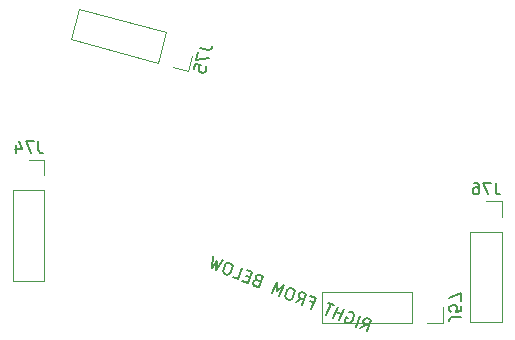
<source format=gbr>
G04 #@! TF.GenerationSoftware,KiCad,Pcbnew,(5.1.4)-1*
G04 #@! TF.CreationDate,2023-09-09T05:29:41-04:00*
G04 #@! TF.ProjectId,ThumbsUp,5468756d-6273-4557-902e-6b696361645f,rev?*
G04 #@! TF.SameCoordinates,Original*
G04 #@! TF.FileFunction,Legend,Bot*
G04 #@! TF.FilePolarity,Positive*
%FSLAX46Y46*%
G04 Gerber Fmt 4.6, Leading zero omitted, Abs format (unit mm)*
G04 Created by KiCad (PCBNEW (5.1.4)-1) date 2023-09-09 05:29:41*
%MOMM*%
%LPD*%
G04 APERTURE LIST*
%ADD10C,0.150000*%
%ADD11C,0.120000*%
G04 APERTURE END LIST*
D10*
X-40800704Y-467845026D02*
X-40313259Y-467528379D01*
X-40270885Y-468059087D02*
X-39896278Y-467131903D01*
X-40249491Y-466989196D01*
X-40355633Y-466997671D01*
X-40417623Y-467023984D01*
X-40497451Y-467094449D01*
X-40550966Y-467226904D01*
X-40542491Y-467333045D01*
X-40516178Y-467395035D01*
X-40445713Y-467474864D01*
X-40092500Y-467617571D01*
X-41198068Y-467684481D02*
X-40823462Y-466757297D01*
X-41768484Y-466426842D02*
X-41662342Y-466418367D01*
X-41529888Y-466471882D01*
X-41415271Y-466569549D01*
X-41362645Y-466693529D01*
X-41354170Y-466799671D01*
X-41381372Y-466994116D01*
X-41434887Y-467126570D01*
X-41550392Y-467285338D01*
X-41630221Y-467355803D01*
X-41754201Y-467408430D01*
X-41904494Y-467399066D01*
X-41992797Y-467363389D01*
X-42107414Y-467265722D01*
X-42133727Y-467203732D01*
X-42008858Y-466894671D01*
X-41832252Y-466966025D01*
X-42566768Y-467131490D02*
X-42192162Y-466204306D01*
X-42370546Y-466645822D02*
X-42900365Y-466431761D01*
X-43096588Y-466917429D02*
X-42721981Y-465990245D01*
X-43031042Y-465865376D02*
X-43560862Y-465651315D01*
X-43670559Y-466685530D02*
X-43295952Y-465758346D01*
X-45063794Y-465557679D02*
X-44754733Y-465682548D01*
X-44950955Y-466168216D02*
X-44576349Y-465241032D01*
X-45017865Y-465062648D01*
X-46275504Y-465633064D02*
X-45788058Y-465316416D01*
X-45745684Y-465847124D02*
X-45371078Y-464919941D01*
X-45724291Y-464777233D01*
X-45830432Y-464785708D01*
X-45892422Y-464812021D01*
X-45972251Y-464882486D01*
X-46025766Y-465014941D01*
X-46017291Y-465121083D01*
X-45990978Y-465183073D01*
X-45920513Y-465262901D01*
X-45567300Y-465405608D01*
X-46474868Y-464473980D02*
X-46651475Y-464402627D01*
X-46757616Y-464411102D01*
X-46881596Y-464463728D01*
X-46997102Y-464622496D01*
X-47121970Y-464931557D01*
X-47149172Y-465126002D01*
X-47096546Y-465249982D01*
X-47026081Y-465329811D01*
X-46849475Y-465401164D01*
X-46743333Y-465392689D01*
X-46619353Y-465340063D01*
X-46503848Y-465181295D01*
X-46378979Y-464872234D01*
X-46351777Y-464677789D01*
X-46404403Y-464553809D01*
X-46474868Y-464473980D01*
X-47644204Y-465080073D02*
X-47269597Y-464152889D01*
X-47846235Y-464690294D01*
X-47887720Y-463903151D01*
X-48262326Y-464830335D01*
X-49523107Y-463756000D02*
X-49673400Y-463746636D01*
X-49735390Y-463772949D01*
X-49815219Y-463843414D01*
X-49868734Y-463975869D01*
X-49860259Y-464082011D01*
X-49833946Y-464144001D01*
X-49763481Y-464223829D01*
X-49410268Y-464366536D01*
X-49035662Y-463439353D01*
X-49344723Y-463314484D01*
X-49450865Y-463322959D01*
X-49512855Y-463349272D01*
X-49592683Y-463419737D01*
X-49628360Y-463508040D01*
X-49619885Y-463614181D01*
X-49593572Y-463676171D01*
X-49523107Y-463756000D01*
X-49214046Y-463880869D01*
X-50141230Y-463506262D02*
X-50450291Y-463381393D01*
X-50778968Y-463813546D02*
X-50337452Y-463991930D01*
X-49962846Y-463064746D01*
X-50404362Y-462886362D01*
X-51617849Y-463474616D02*
X-51176333Y-463653000D01*
X-50801726Y-462725816D01*
X-51728910Y-462351210D02*
X-51905516Y-462279856D01*
X-52011658Y-462288331D01*
X-52135638Y-462340957D01*
X-52251143Y-462499725D01*
X-52376012Y-462808787D01*
X-52403214Y-463003231D01*
X-52350588Y-463127211D01*
X-52280123Y-463207040D01*
X-52103517Y-463278394D01*
X-51997375Y-463269919D01*
X-51873395Y-463217292D01*
X-51757890Y-463058524D01*
X-51633021Y-462749463D01*
X-51605819Y-462555018D01*
X-51658445Y-462431038D01*
X-51728910Y-462351210D01*
X-52435336Y-462065795D02*
X-53030700Y-462903787D01*
X-52939731Y-462170159D01*
X-53383913Y-462761080D01*
X-53230065Y-461744704D01*
D11*
X-55397941Y-446026043D02*
X-55053712Y-444741361D01*
X-56682622Y-445681813D02*
X-55397941Y-446026043D01*
X-57909348Y-445353113D02*
X-57220889Y-442783750D01*
X-57220889Y-442783750D02*
X-64639200Y-440796020D01*
X-57909348Y-445353113D02*
X-65327658Y-443365383D01*
X-65327658Y-443365383D02*
X-64639200Y-440796020D01*
X-67545511Y-453549102D02*
X-68875511Y-453549102D01*
X-67545511Y-454879102D02*
X-67545511Y-453549102D01*
X-67545511Y-456149102D02*
X-70205511Y-456149102D01*
X-70205511Y-456149102D02*
X-70205511Y-463829102D01*
X-67545511Y-456149102D02*
X-67545511Y-463829102D01*
X-67545511Y-463829102D02*
X-70205511Y-463829102D01*
X-28823013Y-457033573D02*
X-30153013Y-457033573D01*
X-28823013Y-458363573D02*
X-28823013Y-457033573D01*
X-28823013Y-459633573D02*
X-31483013Y-459633573D01*
X-31483013Y-459633573D02*
X-31483013Y-467313573D01*
X-28823013Y-459633573D02*
X-28823013Y-467313573D01*
X-28823013Y-467313573D02*
X-31483013Y-467313573D01*
X-33793868Y-467381045D02*
X-33793868Y-466051045D01*
X-35123868Y-467381045D02*
X-33793868Y-467381045D01*
X-36393868Y-467381045D02*
X-36393868Y-464721045D01*
X-36393868Y-464721045D02*
X-44073868Y-464721045D01*
X-36393868Y-467381045D02*
X-44073868Y-467381045D01*
X-44073868Y-467381045D02*
X-44073868Y-464721045D01*
D10*
X-54407225Y-444076505D02*
X-53717278Y-444261376D01*
X-53566964Y-444252354D01*
X-53450321Y-444185010D01*
X-53367351Y-444059346D01*
X-53342701Y-443967353D01*
X-54505822Y-444444477D02*
X-54678368Y-445088428D01*
X-53601520Y-444933278D01*
X-54900213Y-445916364D02*
X-54776966Y-445456399D01*
X-54304677Y-445533650D01*
X-54362998Y-445567322D01*
X-54433644Y-445646990D01*
X-54495267Y-445876972D01*
X-54473920Y-445981290D01*
X-54440249Y-446039611D01*
X-54360580Y-446110257D01*
X-54130598Y-446171881D01*
X-54026280Y-446150534D01*
X-53967959Y-446116862D01*
X-53897313Y-446037194D01*
X-53835690Y-445807211D01*
X-53857037Y-445702894D01*
X-53890709Y-445644572D01*
X-68065987Y-452001482D02*
X-68065987Y-452715768D01*
X-68018368Y-452858625D01*
X-67923130Y-452953863D01*
X-67780272Y-453001482D01*
X-67685034Y-453001482D01*
X-68446939Y-452001482D02*
X-69113606Y-452001482D01*
X-68685034Y-453001482D01*
X-69923130Y-452334816D02*
X-69923130Y-453001482D01*
X-69685034Y-451953863D02*
X-69446939Y-452668149D01*
X-70065987Y-452668149D01*
X-29343489Y-455485953D02*
X-29343489Y-456200239D01*
X-29295870Y-456343096D01*
X-29200632Y-456438334D01*
X-29057774Y-456485953D01*
X-28962536Y-456485953D01*
X-29724441Y-455485953D02*
X-30391108Y-455485953D01*
X-29962536Y-456485953D01*
X-31200632Y-455485953D02*
X-31010155Y-455485953D01*
X-30914917Y-455533573D01*
X-30867298Y-455581192D01*
X-30772060Y-455724049D01*
X-30724441Y-455914525D01*
X-30724441Y-456295477D01*
X-30772060Y-456390715D01*
X-30819679Y-456438334D01*
X-30914917Y-456485953D01*
X-31105393Y-456485953D01*
X-31200632Y-456438334D01*
X-31248251Y-456390715D01*
X-31295870Y-456295477D01*
X-31295870Y-456057382D01*
X-31248251Y-455962144D01*
X-31200632Y-455914525D01*
X-31105393Y-455866906D01*
X-30914917Y-455866906D01*
X-30819679Y-455914525D01*
X-30772060Y-455962144D01*
X-30724441Y-456057382D01*
X-32246248Y-466860568D02*
X-32960534Y-466860568D01*
X-33103391Y-466908187D01*
X-33198629Y-467003425D01*
X-33246248Y-467146283D01*
X-33246248Y-467241521D01*
X-32246248Y-465908187D02*
X-32246248Y-466384378D01*
X-32722439Y-466431997D01*
X-32674820Y-466384378D01*
X-32627201Y-466289140D01*
X-32627201Y-466051045D01*
X-32674820Y-465955806D01*
X-32722439Y-465908187D01*
X-32817677Y-465860568D01*
X-33055772Y-465860568D01*
X-33151010Y-465908187D01*
X-33198629Y-465955806D01*
X-33246248Y-466051045D01*
X-33246248Y-466289140D01*
X-33198629Y-466384378D01*
X-33151010Y-466431997D01*
X-32246248Y-465527235D02*
X-32246248Y-464860568D01*
X-33246248Y-465289140D01*
M02*

</source>
